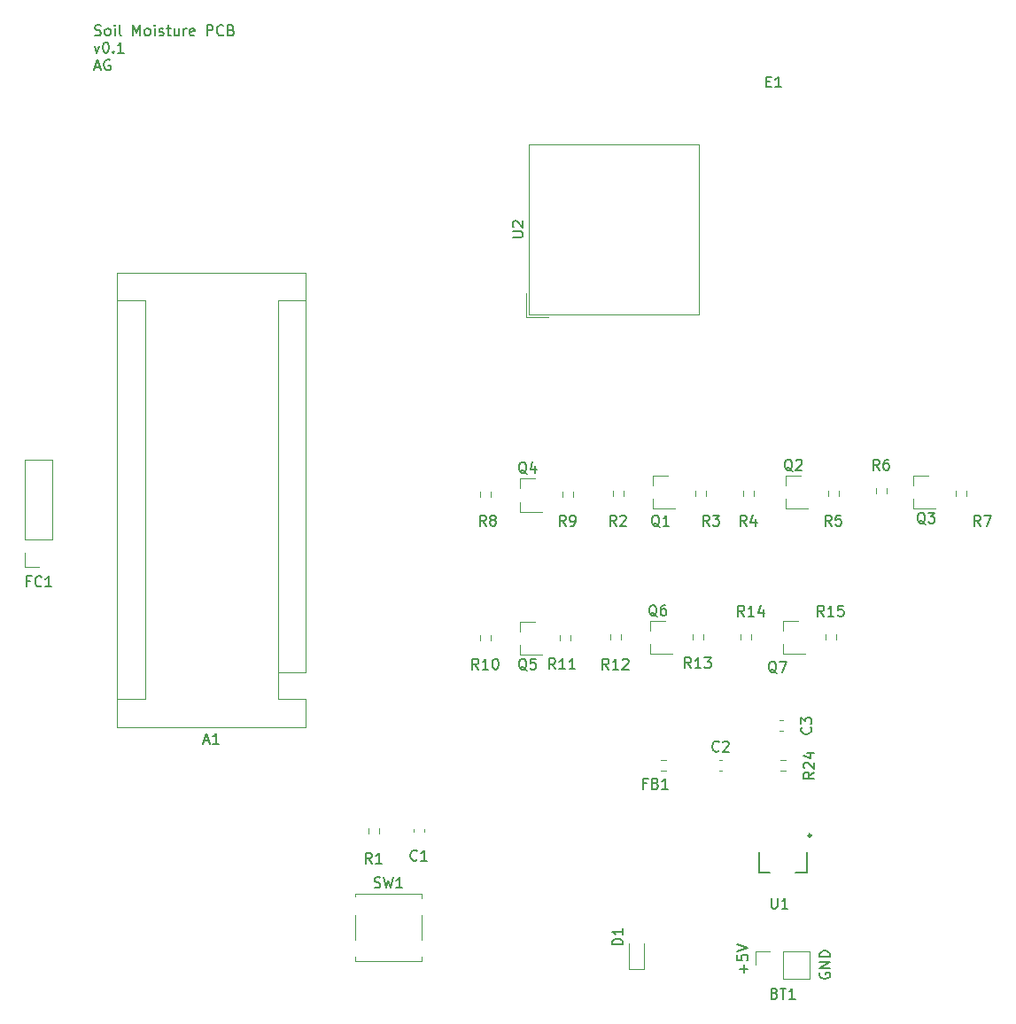
<source format=gbr>
%TF.GenerationSoftware,KiCad,Pcbnew,(5.1.10)-1*%
%TF.CreationDate,2021-06-24T19:27:42+08:00*%
%TF.ProjectId,hoperf_arduino,686f7065-7266-45f6-9172-6475696e6f2e,rev?*%
%TF.SameCoordinates,Original*%
%TF.FileFunction,Legend,Top*%
%TF.FilePolarity,Positive*%
%FSLAX46Y46*%
G04 Gerber Fmt 4.6, Leading zero omitted, Abs format (unit mm)*
G04 Created by KiCad (PCBNEW (5.1.10)-1) date 2021-06-24 19:27:42*
%MOMM*%
%LPD*%
G01*
G04 APERTURE LIST*
%ADD10C,0.150000*%
%ADD11C,0.120000*%
%ADD12C,0.250000*%
G04 APERTURE END LIST*
D10*
X59977976Y-53364761D02*
X60120833Y-53412380D01*
X60358928Y-53412380D01*
X60454166Y-53364761D01*
X60501785Y-53317142D01*
X60549404Y-53221904D01*
X60549404Y-53126666D01*
X60501785Y-53031428D01*
X60454166Y-52983809D01*
X60358928Y-52936190D01*
X60168452Y-52888571D01*
X60073214Y-52840952D01*
X60025595Y-52793333D01*
X59977976Y-52698095D01*
X59977976Y-52602857D01*
X60025595Y-52507619D01*
X60073214Y-52460000D01*
X60168452Y-52412380D01*
X60406547Y-52412380D01*
X60549404Y-52460000D01*
X61120833Y-53412380D02*
X61025595Y-53364761D01*
X60977976Y-53317142D01*
X60930357Y-53221904D01*
X60930357Y-52936190D01*
X60977976Y-52840952D01*
X61025595Y-52793333D01*
X61120833Y-52745714D01*
X61263690Y-52745714D01*
X61358928Y-52793333D01*
X61406547Y-52840952D01*
X61454166Y-52936190D01*
X61454166Y-53221904D01*
X61406547Y-53317142D01*
X61358928Y-53364761D01*
X61263690Y-53412380D01*
X61120833Y-53412380D01*
X61882738Y-53412380D02*
X61882738Y-52745714D01*
X61882738Y-52412380D02*
X61835119Y-52460000D01*
X61882738Y-52507619D01*
X61930357Y-52460000D01*
X61882738Y-52412380D01*
X61882738Y-52507619D01*
X62501785Y-53412380D02*
X62406547Y-53364761D01*
X62358928Y-53269523D01*
X62358928Y-52412380D01*
X63644642Y-53412380D02*
X63644642Y-52412380D01*
X63977976Y-53126666D01*
X64311309Y-52412380D01*
X64311309Y-53412380D01*
X64930357Y-53412380D02*
X64835119Y-53364761D01*
X64787500Y-53317142D01*
X64739880Y-53221904D01*
X64739880Y-52936190D01*
X64787500Y-52840952D01*
X64835119Y-52793333D01*
X64930357Y-52745714D01*
X65073214Y-52745714D01*
X65168452Y-52793333D01*
X65216071Y-52840952D01*
X65263690Y-52936190D01*
X65263690Y-53221904D01*
X65216071Y-53317142D01*
X65168452Y-53364761D01*
X65073214Y-53412380D01*
X64930357Y-53412380D01*
X65692261Y-53412380D02*
X65692261Y-52745714D01*
X65692261Y-52412380D02*
X65644642Y-52460000D01*
X65692261Y-52507619D01*
X65739880Y-52460000D01*
X65692261Y-52412380D01*
X65692261Y-52507619D01*
X66120833Y-53364761D02*
X66216071Y-53412380D01*
X66406547Y-53412380D01*
X66501785Y-53364761D01*
X66549404Y-53269523D01*
X66549404Y-53221904D01*
X66501785Y-53126666D01*
X66406547Y-53079047D01*
X66263690Y-53079047D01*
X66168452Y-53031428D01*
X66120833Y-52936190D01*
X66120833Y-52888571D01*
X66168452Y-52793333D01*
X66263690Y-52745714D01*
X66406547Y-52745714D01*
X66501785Y-52793333D01*
X66835119Y-52745714D02*
X67216071Y-52745714D01*
X66977976Y-52412380D02*
X66977976Y-53269523D01*
X67025595Y-53364761D01*
X67120833Y-53412380D01*
X67216071Y-53412380D01*
X67977976Y-52745714D02*
X67977976Y-53412380D01*
X67549404Y-52745714D02*
X67549404Y-53269523D01*
X67597023Y-53364761D01*
X67692261Y-53412380D01*
X67835119Y-53412380D01*
X67930357Y-53364761D01*
X67977976Y-53317142D01*
X68454166Y-53412380D02*
X68454166Y-52745714D01*
X68454166Y-52936190D02*
X68501785Y-52840952D01*
X68549404Y-52793333D01*
X68644642Y-52745714D01*
X68739880Y-52745714D01*
X69454166Y-53364761D02*
X69358928Y-53412380D01*
X69168452Y-53412380D01*
X69073214Y-53364761D01*
X69025595Y-53269523D01*
X69025595Y-52888571D01*
X69073214Y-52793333D01*
X69168452Y-52745714D01*
X69358928Y-52745714D01*
X69454166Y-52793333D01*
X69501785Y-52888571D01*
X69501785Y-52983809D01*
X69025595Y-53079047D01*
X70692261Y-53412380D02*
X70692261Y-52412380D01*
X71073214Y-52412380D01*
X71168452Y-52460000D01*
X71216071Y-52507619D01*
X71263690Y-52602857D01*
X71263690Y-52745714D01*
X71216071Y-52840952D01*
X71168452Y-52888571D01*
X71073214Y-52936190D01*
X70692261Y-52936190D01*
X72263690Y-53317142D02*
X72216071Y-53364761D01*
X72073214Y-53412380D01*
X71977976Y-53412380D01*
X71835119Y-53364761D01*
X71739880Y-53269523D01*
X71692261Y-53174285D01*
X71644642Y-52983809D01*
X71644642Y-52840952D01*
X71692261Y-52650476D01*
X71739880Y-52555238D01*
X71835119Y-52460000D01*
X71977976Y-52412380D01*
X72073214Y-52412380D01*
X72216071Y-52460000D01*
X72263690Y-52507619D01*
X73025595Y-52888571D02*
X73168452Y-52936190D01*
X73216071Y-52983809D01*
X73263690Y-53079047D01*
X73263690Y-53221904D01*
X73216071Y-53317142D01*
X73168452Y-53364761D01*
X73073214Y-53412380D01*
X72692261Y-53412380D01*
X72692261Y-52412380D01*
X73025595Y-52412380D01*
X73120833Y-52460000D01*
X73168452Y-52507619D01*
X73216071Y-52602857D01*
X73216071Y-52698095D01*
X73168452Y-52793333D01*
X73120833Y-52840952D01*
X73025595Y-52888571D01*
X72692261Y-52888571D01*
X59930357Y-54395714D02*
X60168452Y-55062380D01*
X60406547Y-54395714D01*
X60977976Y-54062380D02*
X61073214Y-54062380D01*
X61168452Y-54110000D01*
X61216071Y-54157619D01*
X61263690Y-54252857D01*
X61311309Y-54443333D01*
X61311309Y-54681428D01*
X61263690Y-54871904D01*
X61216071Y-54967142D01*
X61168452Y-55014761D01*
X61073214Y-55062380D01*
X60977976Y-55062380D01*
X60882738Y-55014761D01*
X60835119Y-54967142D01*
X60787500Y-54871904D01*
X60739880Y-54681428D01*
X60739880Y-54443333D01*
X60787500Y-54252857D01*
X60835119Y-54157619D01*
X60882738Y-54110000D01*
X60977976Y-54062380D01*
X61739880Y-54967142D02*
X61787500Y-55014761D01*
X61739880Y-55062380D01*
X61692261Y-55014761D01*
X61739880Y-54967142D01*
X61739880Y-55062380D01*
X62739880Y-55062380D02*
X62168452Y-55062380D01*
X62454166Y-55062380D02*
X62454166Y-54062380D01*
X62358928Y-54205238D01*
X62263690Y-54300476D01*
X62168452Y-54348095D01*
X59977976Y-56426666D02*
X60454166Y-56426666D01*
X59882738Y-56712380D02*
X60216071Y-55712380D01*
X60549404Y-56712380D01*
X61406547Y-55760000D02*
X61311309Y-55712380D01*
X61168452Y-55712380D01*
X61025595Y-55760000D01*
X60930357Y-55855238D01*
X60882738Y-55950476D01*
X60835119Y-56140952D01*
X60835119Y-56283809D01*
X60882738Y-56474285D01*
X60930357Y-56569523D01*
X61025595Y-56664761D01*
X61168452Y-56712380D01*
X61263690Y-56712380D01*
X61406547Y-56664761D01*
X61454166Y-56617142D01*
X61454166Y-56283809D01*
X61263690Y-56283809D01*
X129294000Y-143001904D02*
X129246380Y-143097142D01*
X129246380Y-143240000D01*
X129294000Y-143382857D01*
X129389238Y-143478095D01*
X129484476Y-143525714D01*
X129674952Y-143573333D01*
X129817809Y-143573333D01*
X130008285Y-143525714D01*
X130103523Y-143478095D01*
X130198761Y-143382857D01*
X130246380Y-143240000D01*
X130246380Y-143144761D01*
X130198761Y-143001904D01*
X130151142Y-142954285D01*
X129817809Y-142954285D01*
X129817809Y-143144761D01*
X130246380Y-142525714D02*
X129246380Y-142525714D01*
X130246380Y-141954285D01*
X129246380Y-141954285D01*
X130246380Y-141478095D02*
X129246380Y-141478095D01*
X129246380Y-141240000D01*
X129294000Y-141097142D01*
X129389238Y-141001904D01*
X129484476Y-140954285D01*
X129674952Y-140906666D01*
X129817809Y-140906666D01*
X130008285Y-140954285D01*
X130103523Y-141001904D01*
X130198761Y-141097142D01*
X130246380Y-141240000D01*
X130246380Y-141478095D01*
X121991428Y-143017714D02*
X121991428Y-142255809D01*
X122372380Y-142636761D02*
X121610476Y-142636761D01*
X121372380Y-141303428D02*
X121372380Y-141779619D01*
X121848571Y-141827238D01*
X121800952Y-141779619D01*
X121753333Y-141684380D01*
X121753333Y-141446285D01*
X121800952Y-141351047D01*
X121848571Y-141303428D01*
X121943809Y-141255809D01*
X122181904Y-141255809D01*
X122277142Y-141303428D01*
X122324761Y-141351047D01*
X122372380Y-141446285D01*
X122372380Y-141684380D01*
X122324761Y-141779619D01*
X122277142Y-141827238D01*
X121372380Y-140970095D02*
X122372380Y-140636761D01*
X121372380Y-140303428D01*
D11*
%TO.C,U2*%
X101491000Y-80065000D02*
X101491000Y-63815000D01*
X101491000Y-63815000D02*
X117741000Y-63815000D01*
X117741000Y-63815000D02*
X117741000Y-80065000D01*
X117741000Y-80065000D02*
X101491000Y-80065000D01*
X103316000Y-80340000D02*
X101216000Y-80340000D01*
X101216000Y-80340000D02*
X101216000Y-78040000D01*
%TO.C,BT1*%
X125730000Y-143570000D02*
X125730000Y-140910000D01*
X125730000Y-143570000D02*
X128330000Y-143570000D01*
X128330000Y-143570000D02*
X128330000Y-140910000D01*
X125730000Y-140910000D02*
X128330000Y-140910000D01*
X123130000Y-140910000D02*
X124460000Y-140910000D01*
X123130000Y-142240000D02*
X123130000Y-140910000D01*
D10*
%TO.C,U1*%
X128030000Y-133380000D02*
X126955000Y-133380000D01*
X124505000Y-133380000D02*
X123430000Y-133380000D01*
X123430000Y-131455000D02*
X123430000Y-133380000D01*
X128030000Y-131455000D02*
X128030000Y-133380000D01*
D12*
X128429999Y-129880000D02*
G75*
G03*
X128429999Y-129880000I-125000J0D01*
G01*
D11*
%TO.C,SW1*%
X91242000Y-135852000D02*
X91242000Y-135442000D01*
X91242000Y-135442000D02*
X84822000Y-135442000D01*
X84822000Y-135442000D02*
X84822000Y-135722000D01*
X84822000Y-137452000D02*
X84822000Y-139852000D01*
X84822000Y-141452000D02*
X84822000Y-141862000D01*
X84822000Y-141862000D02*
X91242000Y-141862000D01*
X91242000Y-141862000D02*
X91242000Y-141452000D01*
X91242000Y-139852000D02*
X91242000Y-137452000D01*
%TO.C,R24*%
X125475276Y-122667500D02*
X125984724Y-122667500D01*
X125475276Y-123712500D02*
X125984724Y-123712500D01*
%TO.C,R15*%
X129779500Y-111148724D02*
X129779500Y-110639276D01*
X130824500Y-111148724D02*
X130824500Y-110639276D01*
%TO.C,R14*%
X121651500Y-111148724D02*
X121651500Y-110639276D01*
X122696500Y-111148724D02*
X122696500Y-110639276D01*
%TO.C,R13*%
X117079500Y-111148724D02*
X117079500Y-110639276D01*
X118124500Y-111148724D02*
X118124500Y-110639276D01*
%TO.C,R12*%
X109205500Y-111148724D02*
X109205500Y-110639276D01*
X110250500Y-111148724D02*
X110250500Y-110639276D01*
%TO.C,R11*%
X104379500Y-111252724D02*
X104379500Y-110743276D01*
X105424500Y-111252724D02*
X105424500Y-110743276D01*
%TO.C,R10*%
X96759500Y-111252724D02*
X96759500Y-110743276D01*
X97804500Y-111252724D02*
X97804500Y-110743276D01*
%TO.C,R9*%
X104633500Y-97536724D02*
X104633500Y-97027276D01*
X105678500Y-97536724D02*
X105678500Y-97027276D01*
%TO.C,R8*%
X96759500Y-97536724D02*
X96759500Y-97027276D01*
X97804500Y-97536724D02*
X97804500Y-97027276D01*
%TO.C,R7*%
X142225500Y-97433224D02*
X142225500Y-96923776D01*
X143270500Y-97433224D02*
X143270500Y-96923776D01*
%TO.C,R6*%
X134605500Y-97179224D02*
X134605500Y-96669776D01*
X135650500Y-97179224D02*
X135650500Y-96669776D01*
%TO.C,R5*%
X130033500Y-97433224D02*
X130033500Y-96923776D01*
X131078500Y-97433224D02*
X131078500Y-96923776D01*
%TO.C,R4*%
X121905500Y-97433224D02*
X121905500Y-96923776D01*
X122950500Y-97433224D02*
X122950500Y-96923776D01*
%TO.C,R3*%
X117333500Y-97433224D02*
X117333500Y-96923776D01*
X118378500Y-97433224D02*
X118378500Y-96923776D01*
%TO.C,R2*%
X109459500Y-97433224D02*
X109459500Y-96923776D01*
X110504500Y-97433224D02*
X110504500Y-96923776D01*
%TO.C,R1*%
X86091500Y-129690724D02*
X86091500Y-129181276D01*
X87136500Y-129690724D02*
X87136500Y-129181276D01*
%TO.C,FB1*%
X114554724Y-123712500D02*
X114045276Y-123712500D01*
X114554724Y-122667500D02*
X114045276Y-122667500D01*
%TO.C,D1*%
X111025000Y-140170000D02*
X111025000Y-142630000D01*
X111025000Y-142630000D02*
X112495000Y-142630000D01*
X112495000Y-142630000D02*
X112495000Y-140170000D01*
%TO.C,C3*%
X125722267Y-119890000D02*
X125429733Y-119890000D01*
X125722267Y-118870000D02*
X125429733Y-118870000D01*
%TO.C,C2*%
X119641733Y-122680000D02*
X119934267Y-122680000D01*
X119641733Y-123700000D02*
X119934267Y-123700000D01*
%TO.C,C1*%
X90422000Y-129532267D02*
X90422000Y-129239733D01*
X91442000Y-129532267D02*
X91442000Y-129239733D01*
%TO.C,FC1*%
X55940000Y-101600000D02*
X53280000Y-101600000D01*
X55940000Y-101600000D02*
X55940000Y-93920000D01*
X55940000Y-93920000D02*
X53280000Y-93920000D01*
X53280000Y-101600000D02*
X53280000Y-93920000D01*
X53280000Y-104200000D02*
X53280000Y-102870000D01*
X54610000Y-104200000D02*
X53280000Y-104200000D01*
%TO.C,A1*%
X77470000Y-114300000D02*
X77470000Y-116840000D01*
X77470000Y-116840000D02*
X80140000Y-116840000D01*
X80140000Y-114300000D02*
X80140000Y-76070000D01*
X80140000Y-119510000D02*
X80140000Y-116840000D01*
X64770000Y-116840000D02*
X62100000Y-116840000D01*
X64770000Y-116840000D02*
X64770000Y-78740000D01*
X64770000Y-78740000D02*
X62100000Y-78740000D01*
X77470000Y-114300000D02*
X80140000Y-114300000D01*
X77470000Y-114300000D02*
X77470000Y-78740000D01*
X77470000Y-78740000D02*
X80140000Y-78740000D01*
X80140000Y-76070000D02*
X62100000Y-76070000D01*
X62100000Y-76070000D02*
X62100000Y-119510000D01*
X62100000Y-119510000D02*
X80140000Y-119510000D01*
%TO.C,Q7*%
X125732000Y-109352000D02*
X125732000Y-110282000D01*
X125732000Y-112512000D02*
X125732000Y-111582000D01*
X125732000Y-112512000D02*
X127892000Y-112512000D01*
X125732000Y-109352000D02*
X127192000Y-109352000D01*
%TO.C,Q6*%
X113032000Y-109352000D02*
X113032000Y-110282000D01*
X113032000Y-112512000D02*
X113032000Y-111582000D01*
X113032000Y-112512000D02*
X115192000Y-112512000D01*
X113032000Y-109352000D02*
X114492000Y-109352000D01*
%TO.C,Q5*%
X100586000Y-109418000D02*
X100586000Y-110348000D01*
X100586000Y-112578000D02*
X100586000Y-111648000D01*
X100586000Y-112578000D02*
X102746000Y-112578000D01*
X100586000Y-109418000D02*
X102046000Y-109418000D01*
%TO.C,Q4*%
X100602000Y-95768000D02*
X100602000Y-96698000D01*
X100602000Y-98928000D02*
X100602000Y-97998000D01*
X100602000Y-98928000D02*
X102762000Y-98928000D01*
X100602000Y-95768000D02*
X102062000Y-95768000D01*
%TO.C,Q3*%
X138194000Y-95448000D02*
X138194000Y-96378000D01*
X138194000Y-98608000D02*
X138194000Y-97678000D01*
X138194000Y-98608000D02*
X140354000Y-98608000D01*
X138194000Y-95448000D02*
X139654000Y-95448000D01*
%TO.C,Q2*%
X125986000Y-95448000D02*
X125986000Y-96378000D01*
X125986000Y-98608000D02*
X125986000Y-97678000D01*
X125986000Y-98608000D02*
X128146000Y-98608000D01*
X125986000Y-95448000D02*
X127446000Y-95448000D01*
%TO.C,Q1*%
X113286000Y-95448000D02*
X113286000Y-96378000D01*
X113286000Y-98608000D02*
X113286000Y-97678000D01*
X113286000Y-98608000D02*
X115446000Y-98608000D01*
X113286000Y-95448000D02*
X114746000Y-95448000D01*
%TO.C,U2*%
D10*
X99898380Y-72701904D02*
X100707904Y-72701904D01*
X100803142Y-72654285D01*
X100850761Y-72606666D01*
X100898380Y-72511428D01*
X100898380Y-72320952D01*
X100850761Y-72225714D01*
X100803142Y-72178095D01*
X100707904Y-72130476D01*
X99898380Y-72130476D01*
X99993619Y-71701904D02*
X99946000Y-71654285D01*
X99898380Y-71559047D01*
X99898380Y-71320952D01*
X99946000Y-71225714D01*
X99993619Y-71178095D01*
X100088857Y-71130476D01*
X100184095Y-71130476D01*
X100326952Y-71178095D01*
X100898380Y-71749523D01*
X100898380Y-71130476D01*
%TO.C,BT1*%
X124944285Y-144962571D02*
X125087142Y-145010190D01*
X125134761Y-145057809D01*
X125182380Y-145153047D01*
X125182380Y-145295904D01*
X125134761Y-145391142D01*
X125087142Y-145438761D01*
X124991904Y-145486380D01*
X124610952Y-145486380D01*
X124610952Y-144486380D01*
X124944285Y-144486380D01*
X125039523Y-144534000D01*
X125087142Y-144581619D01*
X125134761Y-144676857D01*
X125134761Y-144772095D01*
X125087142Y-144867333D01*
X125039523Y-144914952D01*
X124944285Y-144962571D01*
X124610952Y-144962571D01*
X125468095Y-144486380D02*
X126039523Y-144486380D01*
X125753809Y-145486380D02*
X125753809Y-144486380D01*
X126896666Y-145486380D02*
X126325238Y-145486380D01*
X126610952Y-145486380D02*
X126610952Y-144486380D01*
X126515714Y-144629238D01*
X126420476Y-144724476D01*
X126325238Y-144772095D01*
%TO.C,U1*%
X124632595Y-135850380D02*
X124632595Y-136659904D01*
X124680214Y-136755142D01*
X124727833Y-136802761D01*
X124823071Y-136850380D01*
X125013547Y-136850380D01*
X125108785Y-136802761D01*
X125156404Y-136755142D01*
X125204023Y-136659904D01*
X125204023Y-135850380D01*
X126204023Y-136850380D02*
X125632595Y-136850380D01*
X125918309Y-136850380D02*
X125918309Y-135850380D01*
X125823071Y-135993238D01*
X125727833Y-136088476D01*
X125632595Y-136136095D01*
%TO.C,SW1*%
X86698666Y-134816761D02*
X86841523Y-134864380D01*
X87079619Y-134864380D01*
X87174857Y-134816761D01*
X87222476Y-134769142D01*
X87270095Y-134673904D01*
X87270095Y-134578666D01*
X87222476Y-134483428D01*
X87174857Y-134435809D01*
X87079619Y-134388190D01*
X86889142Y-134340571D01*
X86793904Y-134292952D01*
X86746285Y-134245333D01*
X86698666Y-134150095D01*
X86698666Y-134054857D01*
X86746285Y-133959619D01*
X86793904Y-133912000D01*
X86889142Y-133864380D01*
X87127238Y-133864380D01*
X87270095Y-133912000D01*
X87603428Y-133864380D02*
X87841523Y-134864380D01*
X88032000Y-134150095D01*
X88222476Y-134864380D01*
X88460571Y-133864380D01*
X89365333Y-134864380D02*
X88793904Y-134864380D01*
X89079619Y-134864380D02*
X89079619Y-133864380D01*
X88984380Y-134007238D01*
X88889142Y-134102476D01*
X88793904Y-134150095D01*
%TO.C,R24*%
X128722380Y-123832857D02*
X128246190Y-124166190D01*
X128722380Y-124404285D02*
X127722380Y-124404285D01*
X127722380Y-124023333D01*
X127770000Y-123928095D01*
X127817619Y-123880476D01*
X127912857Y-123832857D01*
X128055714Y-123832857D01*
X128150952Y-123880476D01*
X128198571Y-123928095D01*
X128246190Y-124023333D01*
X128246190Y-124404285D01*
X127817619Y-123451904D02*
X127770000Y-123404285D01*
X127722380Y-123309047D01*
X127722380Y-123070952D01*
X127770000Y-122975714D01*
X127817619Y-122928095D01*
X127912857Y-122880476D01*
X128008095Y-122880476D01*
X128150952Y-122928095D01*
X128722380Y-123499523D01*
X128722380Y-122880476D01*
X128055714Y-122023333D02*
X128722380Y-122023333D01*
X127674761Y-122261428D02*
X128389047Y-122499523D01*
X128389047Y-121880476D01*
%TO.C,R15*%
X129659142Y-108910380D02*
X129325809Y-108434190D01*
X129087714Y-108910380D02*
X129087714Y-107910380D01*
X129468666Y-107910380D01*
X129563904Y-107958000D01*
X129611523Y-108005619D01*
X129659142Y-108100857D01*
X129659142Y-108243714D01*
X129611523Y-108338952D01*
X129563904Y-108386571D01*
X129468666Y-108434190D01*
X129087714Y-108434190D01*
X130611523Y-108910380D02*
X130040095Y-108910380D01*
X130325809Y-108910380D02*
X130325809Y-107910380D01*
X130230571Y-108053238D01*
X130135333Y-108148476D01*
X130040095Y-108196095D01*
X131516285Y-107910380D02*
X131040095Y-107910380D01*
X130992476Y-108386571D01*
X131040095Y-108338952D01*
X131135333Y-108291333D01*
X131373428Y-108291333D01*
X131468666Y-108338952D01*
X131516285Y-108386571D01*
X131563904Y-108481809D01*
X131563904Y-108719904D01*
X131516285Y-108815142D01*
X131468666Y-108862761D01*
X131373428Y-108910380D01*
X131135333Y-108910380D01*
X131040095Y-108862761D01*
X130992476Y-108815142D01*
%TO.C,R14*%
X122039142Y-108910380D02*
X121705809Y-108434190D01*
X121467714Y-108910380D02*
X121467714Y-107910380D01*
X121848666Y-107910380D01*
X121943904Y-107958000D01*
X121991523Y-108005619D01*
X122039142Y-108100857D01*
X122039142Y-108243714D01*
X121991523Y-108338952D01*
X121943904Y-108386571D01*
X121848666Y-108434190D01*
X121467714Y-108434190D01*
X122991523Y-108910380D02*
X122420095Y-108910380D01*
X122705809Y-108910380D02*
X122705809Y-107910380D01*
X122610571Y-108053238D01*
X122515333Y-108148476D01*
X122420095Y-108196095D01*
X123848666Y-108243714D02*
X123848666Y-108910380D01*
X123610571Y-107862761D02*
X123372476Y-108577047D01*
X123991523Y-108577047D01*
%TO.C,R13*%
X116956142Y-113863380D02*
X116622809Y-113387190D01*
X116384714Y-113863380D02*
X116384714Y-112863380D01*
X116765666Y-112863380D01*
X116860904Y-112911000D01*
X116908523Y-112958619D01*
X116956142Y-113053857D01*
X116956142Y-113196714D01*
X116908523Y-113291952D01*
X116860904Y-113339571D01*
X116765666Y-113387190D01*
X116384714Y-113387190D01*
X117908523Y-113863380D02*
X117337095Y-113863380D01*
X117622809Y-113863380D02*
X117622809Y-112863380D01*
X117527571Y-113006238D01*
X117432333Y-113101476D01*
X117337095Y-113149095D01*
X118241857Y-112863380D02*
X118860904Y-112863380D01*
X118527571Y-113244333D01*
X118670428Y-113244333D01*
X118765666Y-113291952D01*
X118813285Y-113339571D01*
X118860904Y-113434809D01*
X118860904Y-113672904D01*
X118813285Y-113768142D01*
X118765666Y-113815761D01*
X118670428Y-113863380D01*
X118384714Y-113863380D01*
X118289476Y-113815761D01*
X118241857Y-113768142D01*
%TO.C,R12*%
X109085142Y-113990380D02*
X108751809Y-113514190D01*
X108513714Y-113990380D02*
X108513714Y-112990380D01*
X108894666Y-112990380D01*
X108989904Y-113038000D01*
X109037523Y-113085619D01*
X109085142Y-113180857D01*
X109085142Y-113323714D01*
X109037523Y-113418952D01*
X108989904Y-113466571D01*
X108894666Y-113514190D01*
X108513714Y-113514190D01*
X110037523Y-113990380D02*
X109466095Y-113990380D01*
X109751809Y-113990380D02*
X109751809Y-112990380D01*
X109656571Y-113133238D01*
X109561333Y-113228476D01*
X109466095Y-113276095D01*
X110418476Y-113085619D02*
X110466095Y-113038000D01*
X110561333Y-112990380D01*
X110799428Y-112990380D01*
X110894666Y-113038000D01*
X110942285Y-113085619D01*
X110989904Y-113180857D01*
X110989904Y-113276095D01*
X110942285Y-113418952D01*
X110370857Y-113990380D01*
X110989904Y-113990380D01*
%TO.C,R11*%
X103990142Y-113951880D02*
X103656809Y-113475690D01*
X103418714Y-113951880D02*
X103418714Y-112951880D01*
X103799666Y-112951880D01*
X103894904Y-112999500D01*
X103942523Y-113047119D01*
X103990142Y-113142357D01*
X103990142Y-113285214D01*
X103942523Y-113380452D01*
X103894904Y-113428071D01*
X103799666Y-113475690D01*
X103418714Y-113475690D01*
X104942523Y-113951880D02*
X104371095Y-113951880D01*
X104656809Y-113951880D02*
X104656809Y-112951880D01*
X104561571Y-113094738D01*
X104466333Y-113189976D01*
X104371095Y-113237595D01*
X105894904Y-113951880D02*
X105323476Y-113951880D01*
X105609190Y-113951880D02*
X105609190Y-112951880D01*
X105513952Y-113094738D01*
X105418714Y-113189976D01*
X105323476Y-113237595D01*
%TO.C,R10*%
X96639142Y-113990380D02*
X96305809Y-113514190D01*
X96067714Y-113990380D02*
X96067714Y-112990380D01*
X96448666Y-112990380D01*
X96543904Y-113038000D01*
X96591523Y-113085619D01*
X96639142Y-113180857D01*
X96639142Y-113323714D01*
X96591523Y-113418952D01*
X96543904Y-113466571D01*
X96448666Y-113514190D01*
X96067714Y-113514190D01*
X97591523Y-113990380D02*
X97020095Y-113990380D01*
X97305809Y-113990380D02*
X97305809Y-112990380D01*
X97210571Y-113133238D01*
X97115333Y-113228476D01*
X97020095Y-113276095D01*
X98210571Y-112990380D02*
X98305809Y-112990380D01*
X98401047Y-113038000D01*
X98448666Y-113085619D01*
X98496285Y-113180857D01*
X98543904Y-113371333D01*
X98543904Y-113609428D01*
X98496285Y-113799904D01*
X98448666Y-113895142D01*
X98401047Y-113942761D01*
X98305809Y-113990380D01*
X98210571Y-113990380D01*
X98115333Y-113942761D01*
X98067714Y-113895142D01*
X98020095Y-113799904D01*
X97972476Y-113609428D01*
X97972476Y-113371333D01*
X98020095Y-113180857D01*
X98067714Y-113085619D01*
X98115333Y-113038000D01*
X98210571Y-112990380D01*
%TO.C,R9*%
X104989333Y-100274380D02*
X104656000Y-99798190D01*
X104417904Y-100274380D02*
X104417904Y-99274380D01*
X104798857Y-99274380D01*
X104894095Y-99322000D01*
X104941714Y-99369619D01*
X104989333Y-99464857D01*
X104989333Y-99607714D01*
X104941714Y-99702952D01*
X104894095Y-99750571D01*
X104798857Y-99798190D01*
X104417904Y-99798190D01*
X105465523Y-100274380D02*
X105656000Y-100274380D01*
X105751238Y-100226761D01*
X105798857Y-100179142D01*
X105894095Y-100036285D01*
X105941714Y-99845809D01*
X105941714Y-99464857D01*
X105894095Y-99369619D01*
X105846476Y-99322000D01*
X105751238Y-99274380D01*
X105560761Y-99274380D01*
X105465523Y-99322000D01*
X105417904Y-99369619D01*
X105370285Y-99464857D01*
X105370285Y-99702952D01*
X105417904Y-99798190D01*
X105465523Y-99845809D01*
X105560761Y-99893428D01*
X105751238Y-99893428D01*
X105846476Y-99845809D01*
X105894095Y-99798190D01*
X105941714Y-99702952D01*
%TO.C,R8*%
X97369333Y-100274380D02*
X97036000Y-99798190D01*
X96797904Y-100274380D02*
X96797904Y-99274380D01*
X97178857Y-99274380D01*
X97274095Y-99322000D01*
X97321714Y-99369619D01*
X97369333Y-99464857D01*
X97369333Y-99607714D01*
X97321714Y-99702952D01*
X97274095Y-99750571D01*
X97178857Y-99798190D01*
X96797904Y-99798190D01*
X97940761Y-99702952D02*
X97845523Y-99655333D01*
X97797904Y-99607714D01*
X97750285Y-99512476D01*
X97750285Y-99464857D01*
X97797904Y-99369619D01*
X97845523Y-99322000D01*
X97940761Y-99274380D01*
X98131238Y-99274380D01*
X98226476Y-99322000D01*
X98274095Y-99369619D01*
X98321714Y-99464857D01*
X98321714Y-99512476D01*
X98274095Y-99607714D01*
X98226476Y-99655333D01*
X98131238Y-99702952D01*
X97940761Y-99702952D01*
X97845523Y-99750571D01*
X97797904Y-99798190D01*
X97750285Y-99893428D01*
X97750285Y-100083904D01*
X97797904Y-100179142D01*
X97845523Y-100226761D01*
X97940761Y-100274380D01*
X98131238Y-100274380D01*
X98226476Y-100226761D01*
X98274095Y-100179142D01*
X98321714Y-100083904D01*
X98321714Y-99893428D01*
X98274095Y-99798190D01*
X98226476Y-99750571D01*
X98131238Y-99702952D01*
%TO.C,R7*%
X144613333Y-100274380D02*
X144280000Y-99798190D01*
X144041904Y-100274380D02*
X144041904Y-99274380D01*
X144422857Y-99274380D01*
X144518095Y-99322000D01*
X144565714Y-99369619D01*
X144613333Y-99464857D01*
X144613333Y-99607714D01*
X144565714Y-99702952D01*
X144518095Y-99750571D01*
X144422857Y-99798190D01*
X144041904Y-99798190D01*
X144946666Y-99274380D02*
X145613333Y-99274380D01*
X145184761Y-100274380D01*
%TO.C,R6*%
X134961333Y-94940380D02*
X134628000Y-94464190D01*
X134389904Y-94940380D02*
X134389904Y-93940380D01*
X134770857Y-93940380D01*
X134866095Y-93988000D01*
X134913714Y-94035619D01*
X134961333Y-94130857D01*
X134961333Y-94273714D01*
X134913714Y-94368952D01*
X134866095Y-94416571D01*
X134770857Y-94464190D01*
X134389904Y-94464190D01*
X135818476Y-93940380D02*
X135628000Y-93940380D01*
X135532761Y-93988000D01*
X135485142Y-94035619D01*
X135389904Y-94178476D01*
X135342285Y-94368952D01*
X135342285Y-94749904D01*
X135389904Y-94845142D01*
X135437523Y-94892761D01*
X135532761Y-94940380D01*
X135723238Y-94940380D01*
X135818476Y-94892761D01*
X135866095Y-94845142D01*
X135913714Y-94749904D01*
X135913714Y-94511809D01*
X135866095Y-94416571D01*
X135818476Y-94368952D01*
X135723238Y-94321333D01*
X135532761Y-94321333D01*
X135437523Y-94368952D01*
X135389904Y-94416571D01*
X135342285Y-94511809D01*
%TO.C,R5*%
X130389333Y-100274380D02*
X130056000Y-99798190D01*
X129817904Y-100274380D02*
X129817904Y-99274380D01*
X130198857Y-99274380D01*
X130294095Y-99322000D01*
X130341714Y-99369619D01*
X130389333Y-99464857D01*
X130389333Y-99607714D01*
X130341714Y-99702952D01*
X130294095Y-99750571D01*
X130198857Y-99798190D01*
X129817904Y-99798190D01*
X131294095Y-99274380D02*
X130817904Y-99274380D01*
X130770285Y-99750571D01*
X130817904Y-99702952D01*
X130913142Y-99655333D01*
X131151238Y-99655333D01*
X131246476Y-99702952D01*
X131294095Y-99750571D01*
X131341714Y-99845809D01*
X131341714Y-100083904D01*
X131294095Y-100179142D01*
X131246476Y-100226761D01*
X131151238Y-100274380D01*
X130913142Y-100274380D01*
X130817904Y-100226761D01*
X130770285Y-100179142D01*
%TO.C,R4*%
X122261333Y-100274380D02*
X121928000Y-99798190D01*
X121689904Y-100274380D02*
X121689904Y-99274380D01*
X122070857Y-99274380D01*
X122166095Y-99322000D01*
X122213714Y-99369619D01*
X122261333Y-99464857D01*
X122261333Y-99607714D01*
X122213714Y-99702952D01*
X122166095Y-99750571D01*
X122070857Y-99798190D01*
X121689904Y-99798190D01*
X123118476Y-99607714D02*
X123118476Y-100274380D01*
X122880380Y-99226761D02*
X122642285Y-99941047D01*
X123261333Y-99941047D01*
%TO.C,R3*%
X118705333Y-100274380D02*
X118372000Y-99798190D01*
X118133904Y-100274380D02*
X118133904Y-99274380D01*
X118514857Y-99274380D01*
X118610095Y-99322000D01*
X118657714Y-99369619D01*
X118705333Y-99464857D01*
X118705333Y-99607714D01*
X118657714Y-99702952D01*
X118610095Y-99750571D01*
X118514857Y-99798190D01*
X118133904Y-99798190D01*
X119038666Y-99274380D02*
X119657714Y-99274380D01*
X119324380Y-99655333D01*
X119467238Y-99655333D01*
X119562476Y-99702952D01*
X119610095Y-99750571D01*
X119657714Y-99845809D01*
X119657714Y-100083904D01*
X119610095Y-100179142D01*
X119562476Y-100226761D01*
X119467238Y-100274380D01*
X119181523Y-100274380D01*
X119086285Y-100226761D01*
X119038666Y-100179142D01*
%TO.C,R2*%
X109815333Y-100274380D02*
X109482000Y-99798190D01*
X109243904Y-100274380D02*
X109243904Y-99274380D01*
X109624857Y-99274380D01*
X109720095Y-99322000D01*
X109767714Y-99369619D01*
X109815333Y-99464857D01*
X109815333Y-99607714D01*
X109767714Y-99702952D01*
X109720095Y-99750571D01*
X109624857Y-99798190D01*
X109243904Y-99798190D01*
X110196285Y-99369619D02*
X110243904Y-99322000D01*
X110339142Y-99274380D01*
X110577238Y-99274380D01*
X110672476Y-99322000D01*
X110720095Y-99369619D01*
X110767714Y-99464857D01*
X110767714Y-99560095D01*
X110720095Y-99702952D01*
X110148666Y-100274380D01*
X110767714Y-100274380D01*
%TO.C,R1*%
X86447333Y-132532380D02*
X86114000Y-132056190D01*
X85875904Y-132532380D02*
X85875904Y-131532380D01*
X86256857Y-131532380D01*
X86352095Y-131580000D01*
X86399714Y-131627619D01*
X86447333Y-131722857D01*
X86447333Y-131865714D01*
X86399714Y-131960952D01*
X86352095Y-132008571D01*
X86256857Y-132056190D01*
X85875904Y-132056190D01*
X87399714Y-132532380D02*
X86828285Y-132532380D01*
X87114000Y-132532380D02*
X87114000Y-131532380D01*
X87018761Y-131675238D01*
X86923523Y-131770476D01*
X86828285Y-131818095D01*
%TO.C,FB1*%
X112704666Y-124896571D02*
X112371333Y-124896571D01*
X112371333Y-125420380D02*
X112371333Y-124420380D01*
X112847523Y-124420380D01*
X113561809Y-124896571D02*
X113704666Y-124944190D01*
X113752285Y-124991809D01*
X113799904Y-125087047D01*
X113799904Y-125229904D01*
X113752285Y-125325142D01*
X113704666Y-125372761D01*
X113609428Y-125420380D01*
X113228476Y-125420380D01*
X113228476Y-124420380D01*
X113561809Y-124420380D01*
X113657047Y-124468000D01*
X113704666Y-124515619D01*
X113752285Y-124610857D01*
X113752285Y-124706095D01*
X113704666Y-124801333D01*
X113657047Y-124848952D01*
X113561809Y-124896571D01*
X113228476Y-124896571D01*
X114752285Y-125420380D02*
X114180857Y-125420380D01*
X114466571Y-125420380D02*
X114466571Y-124420380D01*
X114371333Y-124563238D01*
X114276095Y-124658476D01*
X114180857Y-124706095D01*
%TO.C,D1*%
X110434380Y-140297095D02*
X109434380Y-140297095D01*
X109434380Y-140059000D01*
X109482000Y-139916142D01*
X109577238Y-139820904D01*
X109672476Y-139773285D01*
X109862952Y-139725666D01*
X110005809Y-139725666D01*
X110196285Y-139773285D01*
X110291523Y-139820904D01*
X110386761Y-139916142D01*
X110434380Y-140059000D01*
X110434380Y-140297095D01*
X110434380Y-138773285D02*
X110434380Y-139344714D01*
X110434380Y-139059000D02*
X109434380Y-139059000D01*
X109577238Y-139154238D01*
X109672476Y-139249476D01*
X109720095Y-139344714D01*
%TO.C,C3*%
X128373142Y-119546666D02*
X128420761Y-119594285D01*
X128468380Y-119737142D01*
X128468380Y-119832380D01*
X128420761Y-119975238D01*
X128325523Y-120070476D01*
X128230285Y-120118095D01*
X128039809Y-120165714D01*
X127896952Y-120165714D01*
X127706476Y-120118095D01*
X127611238Y-120070476D01*
X127516000Y-119975238D01*
X127468380Y-119832380D01*
X127468380Y-119737142D01*
X127516000Y-119594285D01*
X127563619Y-119546666D01*
X127468380Y-119213333D02*
X127468380Y-118594285D01*
X127849333Y-118927619D01*
X127849333Y-118784761D01*
X127896952Y-118689523D01*
X127944571Y-118641904D01*
X128039809Y-118594285D01*
X128277904Y-118594285D01*
X128373142Y-118641904D01*
X128420761Y-118689523D01*
X128468380Y-118784761D01*
X128468380Y-119070476D01*
X128420761Y-119165714D01*
X128373142Y-119213333D01*
%TO.C,C2*%
X119621333Y-121769142D02*
X119573714Y-121816761D01*
X119430857Y-121864380D01*
X119335619Y-121864380D01*
X119192761Y-121816761D01*
X119097523Y-121721523D01*
X119049904Y-121626285D01*
X119002285Y-121435809D01*
X119002285Y-121292952D01*
X119049904Y-121102476D01*
X119097523Y-121007238D01*
X119192761Y-120912000D01*
X119335619Y-120864380D01*
X119430857Y-120864380D01*
X119573714Y-120912000D01*
X119621333Y-120959619D01*
X120002285Y-120959619D02*
X120049904Y-120912000D01*
X120145142Y-120864380D01*
X120383238Y-120864380D01*
X120478476Y-120912000D01*
X120526095Y-120959619D01*
X120573714Y-121054857D01*
X120573714Y-121150095D01*
X120526095Y-121292952D01*
X119954666Y-121864380D01*
X120573714Y-121864380D01*
%TO.C,C1*%
X90765333Y-132183142D02*
X90717714Y-132230761D01*
X90574857Y-132278380D01*
X90479619Y-132278380D01*
X90336761Y-132230761D01*
X90241523Y-132135523D01*
X90193904Y-132040285D01*
X90146285Y-131849809D01*
X90146285Y-131706952D01*
X90193904Y-131516476D01*
X90241523Y-131421238D01*
X90336761Y-131326000D01*
X90479619Y-131278380D01*
X90574857Y-131278380D01*
X90717714Y-131326000D01*
X90765333Y-131373619D01*
X91717714Y-132278380D02*
X91146285Y-132278380D01*
X91432000Y-132278380D02*
X91432000Y-131278380D01*
X91336761Y-131421238D01*
X91241523Y-131516476D01*
X91146285Y-131564095D01*
%TO.C,FC1*%
X53776666Y-105568571D02*
X53443333Y-105568571D01*
X53443333Y-106092380D02*
X53443333Y-105092380D01*
X53919523Y-105092380D01*
X54871904Y-105997142D02*
X54824285Y-106044761D01*
X54681428Y-106092380D01*
X54586190Y-106092380D01*
X54443333Y-106044761D01*
X54348095Y-105949523D01*
X54300476Y-105854285D01*
X54252857Y-105663809D01*
X54252857Y-105520952D01*
X54300476Y-105330476D01*
X54348095Y-105235238D01*
X54443333Y-105140000D01*
X54586190Y-105092380D01*
X54681428Y-105092380D01*
X54824285Y-105140000D01*
X54871904Y-105187619D01*
X55824285Y-106092380D02*
X55252857Y-106092380D01*
X55538571Y-106092380D02*
X55538571Y-105092380D01*
X55443333Y-105235238D01*
X55348095Y-105330476D01*
X55252857Y-105378095D01*
%TO.C,A1*%
X70405714Y-120816666D02*
X70881904Y-120816666D01*
X70310476Y-121102380D02*
X70643809Y-120102380D01*
X70977142Y-121102380D01*
X71834285Y-121102380D02*
X71262857Y-121102380D01*
X71548571Y-121102380D02*
X71548571Y-120102380D01*
X71453333Y-120245238D01*
X71358095Y-120340476D01*
X71262857Y-120388095D01*
%TO.C,Q7*%
X125126761Y-114339619D02*
X125031523Y-114292000D01*
X124936285Y-114196761D01*
X124793428Y-114053904D01*
X124698190Y-114006285D01*
X124602952Y-114006285D01*
X124650571Y-114244380D02*
X124555333Y-114196761D01*
X124460095Y-114101523D01*
X124412476Y-113911047D01*
X124412476Y-113577714D01*
X124460095Y-113387238D01*
X124555333Y-113292000D01*
X124650571Y-113244380D01*
X124841047Y-113244380D01*
X124936285Y-113292000D01*
X125031523Y-113387238D01*
X125079142Y-113577714D01*
X125079142Y-113911047D01*
X125031523Y-114101523D01*
X124936285Y-114196761D01*
X124841047Y-114244380D01*
X124650571Y-114244380D01*
X125412476Y-113244380D02*
X126079142Y-113244380D01*
X125650571Y-114244380D01*
%TO.C,Q6*%
X113696761Y-108936619D02*
X113601523Y-108889000D01*
X113506285Y-108793761D01*
X113363428Y-108650904D01*
X113268190Y-108603285D01*
X113172952Y-108603285D01*
X113220571Y-108841380D02*
X113125333Y-108793761D01*
X113030095Y-108698523D01*
X112982476Y-108508047D01*
X112982476Y-108174714D01*
X113030095Y-107984238D01*
X113125333Y-107889000D01*
X113220571Y-107841380D01*
X113411047Y-107841380D01*
X113506285Y-107889000D01*
X113601523Y-107984238D01*
X113649142Y-108174714D01*
X113649142Y-108508047D01*
X113601523Y-108698523D01*
X113506285Y-108793761D01*
X113411047Y-108841380D01*
X113220571Y-108841380D01*
X114506285Y-107841380D02*
X114315809Y-107841380D01*
X114220571Y-107889000D01*
X114172952Y-107936619D01*
X114077714Y-108079476D01*
X114030095Y-108269952D01*
X114030095Y-108650904D01*
X114077714Y-108746142D01*
X114125333Y-108793761D01*
X114220571Y-108841380D01*
X114411047Y-108841380D01*
X114506285Y-108793761D01*
X114553904Y-108746142D01*
X114601523Y-108650904D01*
X114601523Y-108412809D01*
X114553904Y-108317571D01*
X114506285Y-108269952D01*
X114411047Y-108222333D01*
X114220571Y-108222333D01*
X114125333Y-108269952D01*
X114077714Y-108317571D01*
X114030095Y-108412809D01*
%TO.C,Q5*%
X101250761Y-114085619D02*
X101155523Y-114038000D01*
X101060285Y-113942761D01*
X100917428Y-113799904D01*
X100822190Y-113752285D01*
X100726952Y-113752285D01*
X100774571Y-113990380D02*
X100679333Y-113942761D01*
X100584095Y-113847523D01*
X100536476Y-113657047D01*
X100536476Y-113323714D01*
X100584095Y-113133238D01*
X100679333Y-113038000D01*
X100774571Y-112990380D01*
X100965047Y-112990380D01*
X101060285Y-113038000D01*
X101155523Y-113133238D01*
X101203142Y-113323714D01*
X101203142Y-113657047D01*
X101155523Y-113847523D01*
X101060285Y-113942761D01*
X100965047Y-113990380D01*
X100774571Y-113990380D01*
X102107904Y-112990380D02*
X101631714Y-112990380D01*
X101584095Y-113466571D01*
X101631714Y-113418952D01*
X101726952Y-113371333D01*
X101965047Y-113371333D01*
X102060285Y-113418952D01*
X102107904Y-113466571D01*
X102155523Y-113561809D01*
X102155523Y-113799904D01*
X102107904Y-113895142D01*
X102060285Y-113942761D01*
X101965047Y-113990380D01*
X101726952Y-113990380D01*
X101631714Y-113942761D01*
X101584095Y-113895142D01*
%TO.C,Q4*%
X101250761Y-95289619D02*
X101155523Y-95242000D01*
X101060285Y-95146761D01*
X100917428Y-95003904D01*
X100822190Y-94956285D01*
X100726952Y-94956285D01*
X100774571Y-95194380D02*
X100679333Y-95146761D01*
X100584095Y-95051523D01*
X100536476Y-94861047D01*
X100536476Y-94527714D01*
X100584095Y-94337238D01*
X100679333Y-94242000D01*
X100774571Y-94194380D01*
X100965047Y-94194380D01*
X101060285Y-94242000D01*
X101155523Y-94337238D01*
X101203142Y-94527714D01*
X101203142Y-94861047D01*
X101155523Y-95051523D01*
X101060285Y-95146761D01*
X100965047Y-95194380D01*
X100774571Y-95194380D01*
X102060285Y-94527714D02*
X102060285Y-95194380D01*
X101822190Y-94146761D02*
X101584095Y-94861047D01*
X102203142Y-94861047D01*
%TO.C,Q3*%
X139350761Y-100115619D02*
X139255523Y-100068000D01*
X139160285Y-99972761D01*
X139017428Y-99829904D01*
X138922190Y-99782285D01*
X138826952Y-99782285D01*
X138874571Y-100020380D02*
X138779333Y-99972761D01*
X138684095Y-99877523D01*
X138636476Y-99687047D01*
X138636476Y-99353714D01*
X138684095Y-99163238D01*
X138779333Y-99068000D01*
X138874571Y-99020380D01*
X139065047Y-99020380D01*
X139160285Y-99068000D01*
X139255523Y-99163238D01*
X139303142Y-99353714D01*
X139303142Y-99687047D01*
X139255523Y-99877523D01*
X139160285Y-99972761D01*
X139065047Y-100020380D01*
X138874571Y-100020380D01*
X139636476Y-99020380D02*
X140255523Y-99020380D01*
X139922190Y-99401333D01*
X140065047Y-99401333D01*
X140160285Y-99448952D01*
X140207904Y-99496571D01*
X140255523Y-99591809D01*
X140255523Y-99829904D01*
X140207904Y-99925142D01*
X140160285Y-99972761D01*
X140065047Y-100020380D01*
X139779333Y-100020380D01*
X139684095Y-99972761D01*
X139636476Y-99925142D01*
%TO.C,Q2*%
X126650761Y-95035619D02*
X126555523Y-94988000D01*
X126460285Y-94892761D01*
X126317428Y-94749904D01*
X126222190Y-94702285D01*
X126126952Y-94702285D01*
X126174571Y-94940380D02*
X126079333Y-94892761D01*
X125984095Y-94797523D01*
X125936476Y-94607047D01*
X125936476Y-94273714D01*
X125984095Y-94083238D01*
X126079333Y-93988000D01*
X126174571Y-93940380D01*
X126365047Y-93940380D01*
X126460285Y-93988000D01*
X126555523Y-94083238D01*
X126603142Y-94273714D01*
X126603142Y-94607047D01*
X126555523Y-94797523D01*
X126460285Y-94892761D01*
X126365047Y-94940380D01*
X126174571Y-94940380D01*
X126984095Y-94035619D02*
X127031714Y-93988000D01*
X127126952Y-93940380D01*
X127365047Y-93940380D01*
X127460285Y-93988000D01*
X127507904Y-94035619D01*
X127555523Y-94130857D01*
X127555523Y-94226095D01*
X127507904Y-94368952D01*
X126936476Y-94940380D01*
X127555523Y-94940380D01*
%TO.C,Q1*%
X113950761Y-100369619D02*
X113855523Y-100322000D01*
X113760285Y-100226761D01*
X113617428Y-100083904D01*
X113522190Y-100036285D01*
X113426952Y-100036285D01*
X113474571Y-100274380D02*
X113379333Y-100226761D01*
X113284095Y-100131523D01*
X113236476Y-99941047D01*
X113236476Y-99607714D01*
X113284095Y-99417238D01*
X113379333Y-99322000D01*
X113474571Y-99274380D01*
X113665047Y-99274380D01*
X113760285Y-99322000D01*
X113855523Y-99417238D01*
X113903142Y-99607714D01*
X113903142Y-99941047D01*
X113855523Y-100131523D01*
X113760285Y-100226761D01*
X113665047Y-100274380D01*
X113474571Y-100274380D01*
X114855523Y-100274380D02*
X114284095Y-100274380D01*
X114569809Y-100274380D02*
X114569809Y-99274380D01*
X114474571Y-99417238D01*
X114379333Y-99512476D01*
X114284095Y-99560095D01*
%TO.C,E1*%
X124150523Y-57832571D02*
X124483857Y-57832571D01*
X124626714Y-58356380D02*
X124150523Y-58356380D01*
X124150523Y-57356380D01*
X124626714Y-57356380D01*
X125579095Y-58356380D02*
X125007666Y-58356380D01*
X125293380Y-58356380D02*
X125293380Y-57356380D01*
X125198142Y-57499238D01*
X125102904Y-57594476D01*
X125007666Y-57642095D01*
%TD*%
M02*

</source>
